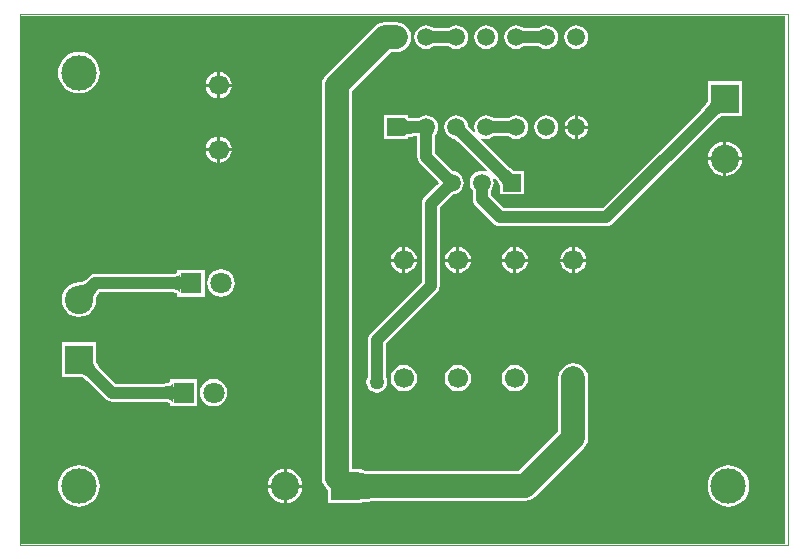
<source format=gbl>
G04 Layer_Physical_Order=2*
G04 Layer_Color=13278208*
%FSLAX44Y44*%
%MOMM*%
G71*
G01*
G75*
%ADD17C,2.0000*%
%ADD18C,0.1000*%
%ADD19C,3.0000*%
%ADD20R,1.8000X1.8000*%
%ADD21C,1.8000*%
%ADD22C,2.4000*%
%ADD23R,2.4000X2.4000*%
%ADD24C,1.5000*%
%ADD25R,1.5000X1.5000*%
%ADD26R,2.4000X2.4000*%
%ADD27C,1.7000*%
%ADD28R,1.5000X1.5000*%
%ADD29C,1.5000*%
%ADD30C,1.2700*%
%ADD31C,1.0000*%
G36*
X648208Y1270D02*
X1143D01*
Y447675D01*
X648208D01*
Y1270D01*
D02*
G37*
%LPC*%
G36*
X420370Y252230D02*
Y242532D01*
X430068D01*
X429856Y244144D01*
X428743Y246830D01*
X426974Y249136D01*
X424668Y250905D01*
X421982Y252018D01*
X420370Y252230D01*
D02*
G37*
G36*
X370840Y152397D02*
X367958Y152018D01*
X365272Y150905D01*
X362966Y149136D01*
X361197Y146830D01*
X360084Y144144D01*
X359705Y141262D01*
X360084Y138380D01*
X361197Y135694D01*
X362966Y133388D01*
X365272Y131619D01*
X367958Y130506D01*
X370840Y130127D01*
X373722Y130506D01*
X376408Y131619D01*
X378714Y133388D01*
X380483Y135694D01*
X381596Y138380D01*
X381975Y141262D01*
X381596Y144144D01*
X380483Y146830D01*
X378714Y149136D01*
X376408Y150905D01*
X373722Y152018D01*
X370840Y152397D01*
D02*
G37*
G36*
X469900Y252230D02*
Y242532D01*
X479598D01*
X479386Y244144D01*
X478273Y246830D01*
X476504Y249136D01*
X474198Y250905D01*
X471512Y252018D01*
X469900Y252230D01*
D02*
G37*
G36*
X467360D02*
X465748Y252018D01*
X463062Y250905D01*
X460756Y249136D01*
X458987Y246830D01*
X457874Y244144D01*
X457662Y242532D01*
X467360D01*
Y252230D01*
D02*
G37*
G36*
X326390D02*
Y242532D01*
X336088D01*
X335876Y244144D01*
X334763Y246830D01*
X332994Y249136D01*
X330688Y250905D01*
X328002Y252018D01*
X326390Y252230D01*
D02*
G37*
G36*
X372110D02*
Y242532D01*
X381808D01*
X381596Y244144D01*
X380483Y246830D01*
X378714Y249136D01*
X376408Y250905D01*
X373722Y252018D01*
X372110Y252230D01*
D02*
G37*
G36*
X325120Y152397D02*
X322238Y152018D01*
X319552Y150905D01*
X317246Y149136D01*
X315477Y146830D01*
X314364Y144144D01*
X313985Y141262D01*
X314364Y138380D01*
X315477Y135694D01*
X317246Y133388D01*
X319552Y131619D01*
X322238Y130506D01*
X325120Y130127D01*
X328002Y130506D01*
X330688Y131619D01*
X332994Y133388D01*
X334763Y135694D01*
X335876Y138380D01*
X336255Y141262D01*
X335876Y144144D01*
X334763Y146830D01*
X332994Y149136D01*
X330688Y150905D01*
X328002Y152018D01*
X325120Y152397D01*
D02*
G37*
G36*
X167170Y333502D02*
X157472D01*
X157684Y331890D01*
X158797Y329204D01*
X160566Y326898D01*
X162872Y325129D01*
X165558Y324016D01*
X167170Y323804D01*
Y333502D01*
D02*
G37*
G36*
X179408D02*
X169710D01*
Y323804D01*
X171322Y324016D01*
X174008Y325129D01*
X176314Y326898D01*
X178083Y329204D01*
X179196Y331890D01*
X179408Y333502D01*
D02*
G37*
G36*
X595630Y341650D02*
X593104Y341318D01*
X589567Y339853D01*
X586530Y337522D01*
X584199Y334485D01*
X582734Y330948D01*
X582402Y328422D01*
X595630D01*
Y341650D01*
D02*
G37*
G36*
X64540Y171512D02*
X35460D01*
Y142432D01*
X47730D01*
X47827Y142413D01*
X47924Y142432D01*
X52409D01*
X53231Y141962D01*
X54663Y140966D01*
X58181Y137989D01*
X59528Y136689D01*
X72562Y123654D01*
X74138Y122446D01*
X75972Y121686D01*
X77940Y121427D01*
X120356D01*
X121433Y121404D01*
X122990Y121295D01*
X124309Y121121D01*
X125378Y120892D01*
X126181Y120632D01*
X126706Y120377D01*
X126966Y120185D01*
X127032Y120106D01*
X127080Y119746D01*
Y117492D01*
X129554D01*
X129650Y117473D01*
X129747Y117492D01*
X150160D01*
Y140572D01*
X129747D01*
X129650Y140591D01*
X129554Y140572D01*
X127080D01*
Y138318D01*
X127032Y137958D01*
X126966Y137879D01*
X126706Y137687D01*
X126181Y137432D01*
X125378Y137172D01*
X124351Y136952D01*
X121395Y136659D01*
X120356Y136637D01*
X81090D01*
X70625Y147102D01*
X67326Y150655D01*
X66026Y152280D01*
X65010Y153741D01*
X64540Y154563D01*
Y159048D01*
X64559Y159145D01*
X64540Y159242D01*
Y171512D01*
D02*
G37*
G36*
X595630Y325882D02*
X582402D01*
X582734Y323356D01*
X584199Y319819D01*
X586530Y316782D01*
X589567Y314451D01*
X593104Y312986D01*
X595630Y312654D01*
Y325882D01*
D02*
G37*
G36*
X611398D02*
X598170D01*
Y312654D01*
X600696Y312986D01*
X604233Y314451D01*
X607270Y316782D01*
X609601Y319819D01*
X611066Y323356D01*
X611398Y325882D01*
D02*
G37*
G36*
X417830Y252230D02*
X416218Y252018D01*
X413532Y250905D01*
X411226Y249136D01*
X409457Y246830D01*
X408344Y244144D01*
X408132Y242532D01*
X417830D01*
Y252230D01*
D02*
G37*
G36*
X323850Y239992D02*
X314152D01*
X314364Y238380D01*
X315477Y235694D01*
X317246Y233388D01*
X319552Y231619D01*
X322238Y230506D01*
X323850Y230294D01*
Y239992D01*
D02*
G37*
G36*
X369570D02*
X359872D01*
X360084Y238380D01*
X361197Y235694D01*
X362966Y233388D01*
X365272Y231619D01*
X367958Y230506D01*
X369570Y230294D01*
Y239992D01*
D02*
G37*
G36*
X417830D02*
X408132D01*
X408344Y238380D01*
X409457Y235694D01*
X411226Y233388D01*
X413532Y231619D01*
X416218Y230506D01*
X417830Y230294D01*
Y239992D01*
D02*
G37*
G36*
X170370Y233382D02*
X167358Y232985D01*
X164550Y231822D01*
X162140Y229972D01*
X160290Y227562D01*
X159127Y224755D01*
X158730Y221742D01*
X159127Y218729D01*
X160290Y215922D01*
X162140Y213512D01*
X164550Y211662D01*
X167358Y210499D01*
X170370Y210102D01*
X173382Y210499D01*
X176190Y211662D01*
X178600Y213512D01*
X180450Y215922D01*
X181613Y218729D01*
X182010Y221742D01*
X181613Y224755D01*
X180450Y227562D01*
X178600Y229972D01*
X176190Y231822D01*
X173382Y232985D01*
X170370Y233382D01*
D02*
G37*
G36*
X419100Y152397D02*
X416218Y152018D01*
X413532Y150905D01*
X411226Y149136D01*
X409457Y146830D01*
X408344Y144144D01*
X407965Y141262D01*
X408344Y138380D01*
X409457Y135694D01*
X411226Y133388D01*
X413532Y131619D01*
X416218Y130506D01*
X419100Y130127D01*
X421982Y130506D01*
X424668Y131619D01*
X426974Y133388D01*
X428743Y135694D01*
X429856Y138380D01*
X430235Y141262D01*
X429856Y144144D01*
X428743Y146830D01*
X426974Y149136D01*
X424668Y150905D01*
X421982Y152018D01*
X419100Y152397D01*
D02*
G37*
G36*
X136000Y233301D02*
X135904Y233282D01*
X133430D01*
Y231028D01*
X133382Y230668D01*
X133315Y230589D01*
X133056Y230397D01*
X132531Y230142D01*
X131728Y229882D01*
X130701Y229662D01*
X127745Y229369D01*
X126706Y229347D01*
X63970D01*
X62002Y229088D01*
X60167Y228328D01*
X58592Y227120D01*
X57067Y225594D01*
X56665Y225214D01*
X55901Y224574D01*
X55148Y224023D01*
X54406Y223558D01*
X53678Y223175D01*
X52961Y222871D01*
X52254Y222641D01*
X51553Y222482D01*
X50852Y222390D01*
X50469Y222376D01*
X50000Y222437D01*
X46204Y221938D01*
X42667Y220473D01*
X39630Y218142D01*
X37299Y215105D01*
X35834Y211568D01*
X35334Y207772D01*
X35834Y203976D01*
X37299Y200439D01*
X39630Y197402D01*
X42667Y195071D01*
X46204Y193606D01*
X50000Y193106D01*
X53796Y193606D01*
X57333Y195071D01*
X60370Y197402D01*
X62701Y200439D01*
X64166Y203976D01*
X64665Y207772D01*
X64604Y208241D01*
X64618Y208624D01*
X64710Y209325D01*
X64869Y210026D01*
X65099Y210733D01*
X65403Y211450D01*
X65786Y212178D01*
X66251Y212920D01*
X66802Y213673D01*
X67191Y214137D01*
X126706D01*
X127783Y214114D01*
X129340Y214005D01*
X130659Y213831D01*
X131728Y213602D01*
X132531Y213342D01*
X133056Y213087D01*
X133315Y212895D01*
X133382Y212816D01*
X133430Y212456D01*
Y210202D01*
X135904D01*
X136000Y210183D01*
X136097Y210202D01*
X156510D01*
Y233282D01*
X136097D01*
X136000Y233301D01*
D02*
G37*
G36*
X467360Y239992D02*
X457662D01*
X457874Y238380D01*
X458987Y235694D01*
X460756Y233388D01*
X463062Y231619D01*
X465748Y230506D01*
X467360Y230294D01*
Y239992D01*
D02*
G37*
G36*
X479598D02*
X469900D01*
Y230294D01*
X471512Y230506D01*
X474198Y231619D01*
X476504Y233388D01*
X478273Y235694D01*
X479386Y238380D01*
X479598Y239992D01*
D02*
G37*
G36*
X323850Y252230D02*
X322238Y252018D01*
X319552Y250905D01*
X317246Y249136D01*
X315477Y246830D01*
X314364Y244144D01*
X314152Y242532D01*
X323850D01*
Y252230D01*
D02*
G37*
G36*
X369570D02*
X367958Y252018D01*
X365272Y250905D01*
X362966Y249136D01*
X361197Y246830D01*
X360084Y244144D01*
X359872Y242532D01*
X369570D01*
Y252230D01*
D02*
G37*
G36*
X336088Y239992D02*
X326390D01*
Y230294D01*
X328002Y230506D01*
X330688Y231619D01*
X332994Y233388D01*
X334763Y235694D01*
X335876Y238380D01*
X336088Y239992D01*
D02*
G37*
G36*
X381808D02*
X372110D01*
Y230294D01*
X373722Y230506D01*
X376408Y231619D01*
X378714Y233388D01*
X380483Y235694D01*
X381596Y238380D01*
X381808Y239992D01*
D02*
G37*
G36*
X430068D02*
X420370D01*
Y230294D01*
X421982Y230506D01*
X424668Y231619D01*
X426974Y233388D01*
X428743Y235694D01*
X429856Y238380D01*
X430068Y239992D01*
D02*
G37*
G36*
X598170Y341650D02*
Y328422D01*
X611398D01*
X611066Y330948D01*
X609601Y334485D01*
X607270Y337522D01*
X604233Y339853D01*
X600696Y341318D01*
X598170Y341650D01*
D02*
G37*
G36*
X50000Y417625D02*
X46562Y417286D01*
X43255Y416283D01*
X40208Y414655D01*
X37537Y412463D01*
X35345Y409792D01*
X33717Y406745D01*
X32714Y403438D01*
X32375Y400000D01*
X32714Y396562D01*
X33717Y393255D01*
X35345Y390208D01*
X37537Y387537D01*
X40208Y385345D01*
X43255Y383717D01*
X46562Y382714D01*
X50000Y382375D01*
X53439Y382714D01*
X56745Y383717D01*
X59792Y385345D01*
X62463Y387537D01*
X64654Y390208D01*
X66283Y393255D01*
X67286Y396562D01*
X67625Y400000D01*
X67286Y403438D01*
X66283Y406745D01*
X64654Y409792D01*
X62463Y412463D01*
X59792Y414655D01*
X56745Y416283D01*
X53439Y417286D01*
X50000Y417625D01*
D02*
G37*
G36*
X167170Y400350D02*
X165558Y400138D01*
X162872Y399025D01*
X160566Y397256D01*
X158797Y394950D01*
X157684Y392264D01*
X157472Y390652D01*
X167170D01*
Y400350D01*
D02*
G37*
G36*
X169710D02*
Y390652D01*
X179408D01*
X179196Y392264D01*
X178083Y394950D01*
X176314Y397256D01*
X174008Y399025D01*
X171322Y400138D01*
X169710Y400350D01*
D02*
G37*
G36*
X179408Y388112D02*
X169710D01*
Y378414D01*
X171322Y378626D01*
X174008Y379739D01*
X176314Y381508D01*
X178083Y383814D01*
X179196Y386500D01*
X179408Y388112D01*
D02*
G37*
G36*
X344170Y363949D02*
X341549Y363604D01*
X339107Y362592D01*
X337831Y361614D01*
X334455Y361435D01*
X334436Y361435D01*
X331390Y361623D01*
X330267Y361773D01*
X329371Y361954D01*
X328810Y362123D01*
Y363862D01*
X326336D01*
X326240Y363881D01*
X326143Y363862D01*
X308730D01*
Y343782D01*
X326143D01*
X326240Y343763D01*
X326336Y343782D01*
X328810D01*
Y345521D01*
X329371Y345690D01*
X330204Y345858D01*
X334463Y346209D01*
X335078Y346217D01*
X335454D01*
X336447Y346194D01*
X336565Y343954D01*
Y328422D01*
X336824Y326454D01*
X337584Y324619D01*
X338792Y323044D01*
X354220Y307617D01*
X354905Y306899D01*
X353404Y305231D01*
X342602Y294430D01*
X341394Y292854D01*
X340634Y291020D01*
X340375Y289052D01*
Y222352D01*
X296882Y178860D01*
X295674Y177285D01*
X294914Y175450D01*
X294655Y173482D01*
Y142614D01*
X294495Y142405D01*
X293599Y140243D01*
X293293Y137922D01*
X293599Y135601D01*
X294495Y133439D01*
X295920Y131582D01*
X297777Y130157D01*
X299939Y129261D01*
X302260Y128955D01*
X304581Y129261D01*
X306743Y130157D01*
X308600Y131582D01*
X310025Y133439D01*
X310921Y135601D01*
X311227Y137922D01*
X310921Y140243D01*
X310025Y142405D01*
X309865Y142614D01*
Y170332D01*
X353358Y213824D01*
X354566Y215399D01*
X355326Y217234D01*
X355585Y219202D01*
Y285902D01*
X364975Y295292D01*
X366367Y296620D01*
X366595Y296815D01*
X368381Y297050D01*
X370823Y298062D01*
X372921Y299671D01*
X374530Y301769D01*
X375542Y304211D01*
X375887Y306832D01*
X375542Y309453D01*
X374530Y311895D01*
X372921Y313993D01*
X370823Y315602D01*
X368381Y316614D01*
X366787Y316823D01*
X364159Y319188D01*
X351775Y331572D01*
Y345106D01*
X351820Y347030D01*
X351843Y347329D01*
X352940Y348759D01*
X353952Y351201D01*
X354297Y353822D01*
X353952Y356443D01*
X352940Y358885D01*
X351331Y360983D01*
X349233Y362592D01*
X346791Y363604D01*
X344170Y363949D01*
D02*
G37*
G36*
X239098Y48692D02*
X225870D01*
Y35464D01*
X228396Y35796D01*
X231933Y37261D01*
X234970Y39592D01*
X237301Y42629D01*
X238766Y46166D01*
X239098Y48692D01*
D02*
G37*
G36*
X167170Y388112D02*
X157472D01*
X157684Y386500D01*
X158797Y383814D01*
X160566Y381508D01*
X162872Y379739D01*
X165558Y378626D01*
X167170Y378414D01*
Y388112D01*
D02*
G37*
G36*
X50000Y67625D02*
X46562Y67286D01*
X43255Y66283D01*
X40208Y64654D01*
X37537Y62463D01*
X35345Y59792D01*
X33717Y56745D01*
X32714Y53439D01*
X32375Y50000D01*
X32714Y46562D01*
X33717Y43255D01*
X35345Y40208D01*
X37537Y37537D01*
X40208Y35345D01*
X43255Y33717D01*
X46562Y32714D01*
X50000Y32375D01*
X53439Y32714D01*
X56745Y33717D01*
X59792Y35345D01*
X62463Y37537D01*
X64654Y40208D01*
X66283Y43255D01*
X67286Y46562D01*
X67625Y50000D01*
X67286Y53439D01*
X66283Y56745D01*
X64654Y59792D01*
X62463Y62463D01*
X59792Y64654D01*
X56745Y66283D01*
X53439Y67286D01*
X50000Y67625D01*
D02*
G37*
G36*
X369570Y440149D02*
X366949Y439804D01*
X364507Y438792D01*
X363232Y437813D01*
X359702Y437627D01*
X352886D01*
X350962Y437672D01*
X350663Y437695D01*
X349233Y438792D01*
X346791Y439804D01*
X344170Y440149D01*
X341549Y439804D01*
X339107Y438792D01*
X337009Y437183D01*
X335400Y435085D01*
X334388Y432643D01*
X334043Y430022D01*
X334388Y427401D01*
X335400Y424959D01*
X337009Y422861D01*
X339107Y421252D01*
X341549Y420240D01*
X344170Y419895D01*
X346791Y420240D01*
X349233Y421252D01*
X350508Y422230D01*
X354038Y422417D01*
X360854D01*
X362778Y422372D01*
X363077Y422349D01*
X364507Y421252D01*
X366949Y420240D01*
X369570Y419895D01*
X372191Y420240D01*
X374633Y421252D01*
X376731Y422861D01*
X378340Y424959D01*
X379352Y427401D01*
X379697Y430022D01*
X379352Y432643D01*
X378340Y435085D01*
X376731Y437183D01*
X374633Y438792D01*
X372191Y439804D01*
X369570Y440149D01*
D02*
G37*
G36*
X445770D02*
X443149Y439804D01*
X440707Y438792D01*
X439431Y437813D01*
X435902Y437627D01*
X429086D01*
X427162Y437672D01*
X426863Y437695D01*
X425433Y438792D01*
X422991Y439804D01*
X420370Y440149D01*
X417749Y439804D01*
X415307Y438792D01*
X413209Y437183D01*
X411600Y435085D01*
X410588Y432643D01*
X410243Y430022D01*
X410588Y427401D01*
X411600Y424959D01*
X413209Y422861D01*
X415307Y421252D01*
X417749Y420240D01*
X420370Y419895D01*
X422991Y420240D01*
X425433Y421252D01*
X426708Y422230D01*
X430238Y422417D01*
X437054D01*
X438978Y422372D01*
X439277Y422349D01*
X440707Y421252D01*
X443149Y420240D01*
X445770Y419895D01*
X448391Y420240D01*
X450833Y421252D01*
X452931Y422861D01*
X454540Y424959D01*
X455552Y427401D01*
X455897Y430022D01*
X455552Y432643D01*
X454540Y435085D01*
X452931Y437183D01*
X450833Y438792D01*
X448391Y439804D01*
X445770Y440149D01*
D02*
G37*
G36*
X600000Y67625D02*
X596562Y67286D01*
X593255Y66283D01*
X590208Y64654D01*
X587537Y62463D01*
X585345Y59792D01*
X583717Y56745D01*
X582714Y53439D01*
X582375Y50000D01*
X582714Y46562D01*
X583717Y43255D01*
X585345Y40208D01*
X587537Y37537D01*
X590208Y35345D01*
X593255Y33717D01*
X596562Y32714D01*
X600000Y32375D01*
X603438Y32714D01*
X606745Y33717D01*
X609792Y35345D01*
X612463Y37537D01*
X614655Y40208D01*
X616283Y43255D01*
X617286Y46562D01*
X617625Y50000D01*
X617286Y53439D01*
X616283Y56745D01*
X614655Y59792D01*
X612463Y62463D01*
X609792Y64654D01*
X606745Y66283D01*
X603438Y67286D01*
X600000Y67625D01*
D02*
G37*
G36*
X394970Y440149D02*
X392349Y439804D01*
X389907Y438792D01*
X387809Y437183D01*
X386200Y435085D01*
X385188Y432643D01*
X384843Y430022D01*
X385188Y427401D01*
X386200Y424959D01*
X387809Y422861D01*
X389907Y421252D01*
X392349Y420240D01*
X394970Y419895D01*
X397591Y420240D01*
X400033Y421252D01*
X402131Y422861D01*
X403740Y424959D01*
X404752Y427401D01*
X405097Y430022D01*
X404752Y432643D01*
X403740Y435085D01*
X402131Y437183D01*
X400033Y438792D01*
X397591Y439804D01*
X394970Y440149D01*
D02*
G37*
G36*
X471170D02*
X468549Y439804D01*
X466107Y438792D01*
X464009Y437183D01*
X462400Y435085D01*
X461388Y432643D01*
X461043Y430022D01*
X461388Y427401D01*
X462400Y424959D01*
X464009Y422861D01*
X466107Y421252D01*
X468549Y420240D01*
X471170Y419895D01*
X473791Y420240D01*
X476233Y421252D01*
X478331Y422861D01*
X479940Y424959D01*
X480952Y427401D01*
X481297Y430022D01*
X480952Y432643D01*
X479940Y435085D01*
X478331Y437183D01*
X476233Y438792D01*
X473791Y439804D01*
X471170Y440149D01*
D02*
G37*
G36*
X223330Y48692D02*
X210102D01*
X210434Y46166D01*
X211899Y42629D01*
X214230Y39592D01*
X217267Y37261D01*
X220804Y35796D01*
X223330Y35464D01*
Y48692D01*
D02*
G37*
G36*
X445770Y363949D02*
X443149Y363604D01*
X440707Y362592D01*
X438609Y360983D01*
X437000Y358885D01*
X435988Y356443D01*
X435643Y353822D01*
X435988Y351201D01*
X437000Y348759D01*
X438609Y346661D01*
X440707Y345052D01*
X443149Y344040D01*
X445770Y343695D01*
X448391Y344040D01*
X450833Y345052D01*
X452931Y346661D01*
X454540Y348759D01*
X455552Y351201D01*
X455897Y353822D01*
X455552Y356443D01*
X454540Y358885D01*
X452931Y360983D01*
X450833Y362592D01*
X448391Y363604D01*
X445770Y363949D01*
D02*
G37*
G36*
X225870Y64460D02*
Y51232D01*
X239098D01*
X238766Y53758D01*
X237301Y57295D01*
X234970Y60332D01*
X231933Y62663D01*
X228396Y64128D01*
X225870Y64460D01*
D02*
G37*
G36*
X167170Y345740D02*
X165558Y345528D01*
X162872Y344415D01*
X160566Y342646D01*
X158797Y340340D01*
X157684Y337654D01*
X157472Y336042D01*
X167170D01*
Y345740D01*
D02*
G37*
G36*
X169710D02*
Y336042D01*
X179408D01*
X179196Y337654D01*
X178083Y340340D01*
X176314Y342646D01*
X174008Y344415D01*
X171322Y345528D01*
X169710Y345740D01*
D02*
G37*
G36*
X164020Y140672D02*
X161007Y140275D01*
X158200Y139112D01*
X155790Y137262D01*
X153940Y134852D01*
X152777Y132044D01*
X152380Y129032D01*
X152777Y126019D01*
X153940Y123212D01*
X155790Y120802D01*
X158200Y118952D01*
X161007Y117789D01*
X164020Y117393D01*
X167033Y117789D01*
X169840Y118952D01*
X172250Y120802D01*
X174100Y123212D01*
X175263Y126019D01*
X175660Y129032D01*
X175263Y132044D01*
X174100Y134852D01*
X172250Y137262D01*
X169840Y139112D01*
X167033Y140275D01*
X164020Y140672D01*
D02*
G37*
G36*
X611440Y392492D02*
X582360D01*
Y380221D01*
X582341Y380125D01*
X582360Y380028D01*
Y375543D01*
X581890Y374721D01*
X580894Y373289D01*
X577917Y369771D01*
X576618Y368425D01*
X493420Y285227D01*
X409550D01*
X398765Y296012D01*
Y298116D01*
X398810Y300040D01*
X398833Y300339D01*
X399930Y301769D01*
X400942Y304211D01*
X401287Y306832D01*
X400942Y309453D01*
X400689Y310062D01*
X401775Y310760D01*
X403741Y308644D01*
X405045Y307016D01*
X406064Y305553D01*
X406520Y304758D01*
Y296792D01*
X426600D01*
Y316872D01*
X418634D01*
X417839Y317328D01*
X416405Y318327D01*
X412882Y321311D01*
X411537Y322611D01*
X390868Y343279D01*
X391587Y344356D01*
X392349Y344040D01*
X394970Y343695D01*
X397591Y344040D01*
X400033Y345052D01*
X401309Y346031D01*
X404838Y346217D01*
X411654D01*
X413578Y346172D01*
X413877Y346149D01*
X415307Y345052D01*
X417749Y344040D01*
X420370Y343695D01*
X422991Y344040D01*
X425433Y345052D01*
X427531Y346661D01*
X429140Y348759D01*
X430152Y351201D01*
X430497Y353822D01*
X430152Y356443D01*
X429140Y358885D01*
X427531Y360983D01*
X425433Y362592D01*
X422991Y363604D01*
X420370Y363949D01*
X417749Y363604D01*
X415307Y362592D01*
X414031Y361614D01*
X410502Y361427D01*
X403686D01*
X401762Y361472D01*
X401463Y361495D01*
X400033Y362592D01*
X397591Y363604D01*
X394970Y363949D01*
X392349Y363604D01*
X389907Y362592D01*
X387809Y360983D01*
X386200Y358885D01*
X385188Y356443D01*
X384843Y353822D01*
X385188Y351201D01*
X385504Y350439D01*
X384427Y349720D01*
X381111Y353036D01*
X379782Y354429D01*
X379587Y354657D01*
X379352Y356443D01*
X378340Y358885D01*
X376731Y360983D01*
X374633Y362592D01*
X372191Y363604D01*
X369570Y363949D01*
X366949Y363604D01*
X364507Y362592D01*
X362409Y360983D01*
X360800Y358885D01*
X359788Y356443D01*
X359443Y353822D01*
X359788Y351201D01*
X360800Y348759D01*
X362409Y346661D01*
X364507Y345052D01*
X366949Y344040D01*
X368543Y343831D01*
X371171Y341466D01*
X395262Y317375D01*
X394543Y316298D01*
X393781Y316614D01*
X391160Y316959D01*
X388539Y316614D01*
X386097Y315602D01*
X383999Y313993D01*
X382390Y311895D01*
X381378Y309453D01*
X381033Y306832D01*
X381378Y304211D01*
X382390Y301769D01*
X383368Y300494D01*
X383555Y296964D01*
Y292862D01*
X383814Y290894D01*
X384574Y289060D01*
X385782Y287484D01*
X401022Y272244D01*
X402598Y271036D01*
X403357Y270721D01*
X404432Y270276D01*
X406400Y270017D01*
X496570D01*
X498538Y270276D01*
X500373Y271036D01*
X501948Y272244D01*
X587031Y357328D01*
X590583Y360626D01*
X592208Y361926D01*
X593669Y362942D01*
X594491Y363412D01*
X598976D01*
X599073Y363393D01*
X599170Y363412D01*
X611440D01*
Y392492D01*
D02*
G37*
G36*
X469900Y352552D02*
X461211D01*
X461388Y351201D01*
X462400Y348759D01*
X464009Y346661D01*
X466107Y345052D01*
X468549Y344040D01*
X469900Y343863D01*
Y352552D01*
D02*
G37*
G36*
X309080Y442670D02*
X305806Y442239D01*
X302756Y440976D01*
X300136Y438966D01*
X300136Y438965D01*
X259496Y398326D01*
X257486Y395706D01*
X256223Y392656D01*
X255792Y389382D01*
X255792Y389382D01*
Y334772D01*
Y56922D01*
X255792Y56922D01*
X256223Y53648D01*
X257486Y50598D01*
X259496Y47978D01*
X260860Y46615D01*
Y35422D01*
X287093D01*
X287116Y35415D01*
X287185Y35422D01*
X287273D01*
X287369Y35403D01*
X287466Y35422D01*
X289940D01*
Y36452D01*
X303064Y37314D01*
X427660D01*
X427660Y37314D01*
X430934Y37745D01*
X433984Y39008D01*
X436604Y41018D01*
X477574Y81988D01*
X477574Y81988D01*
X479584Y84608D01*
X480847Y87658D01*
X481278Y90932D01*
Y141262D01*
X480847Y144536D01*
X479584Y147586D01*
X477574Y150206D01*
X474954Y152216D01*
X471904Y153479D01*
X468630Y153910D01*
X465356Y153479D01*
X462306Y152216D01*
X459686Y150206D01*
X457676Y147586D01*
X456413Y144536D01*
X455982Y141262D01*
Y96171D01*
X422421Y62610D01*
X304030D01*
X297277Y62728D01*
X292609Y63034D01*
X290958Y63233D01*
X289940Y63419D01*
Y64502D01*
X287466D01*
X287369Y64521D01*
X287273Y64502D01*
X287185D01*
X287116Y64509D01*
X287093Y64502D01*
X281088D01*
Y334772D01*
Y384143D01*
X314319Y417374D01*
X318770D01*
X322044Y417805D01*
X325094Y419068D01*
X327714Y421078D01*
X329724Y423698D01*
X330987Y426748D01*
X331418Y430022D01*
X330987Y433296D01*
X329724Y436346D01*
X327714Y438966D01*
X325094Y440976D01*
X322044Y442239D01*
X318770Y442670D01*
X309080D01*
X309080Y442670D01*
D02*
G37*
G36*
X469900Y363781D02*
X468549Y363604D01*
X466107Y362592D01*
X464009Y360983D01*
X462400Y358885D01*
X461388Y356443D01*
X461211Y355092D01*
X469900D01*
Y363781D01*
D02*
G37*
G36*
X472440D02*
Y355092D01*
X481129D01*
X480952Y356443D01*
X479940Y358885D01*
X478331Y360983D01*
X476233Y362592D01*
X473791Y363604D01*
X472440Y363781D01*
D02*
G37*
G36*
X481129Y352552D02*
X472440D01*
Y343863D01*
X473791Y344040D01*
X476233Y345052D01*
X478331Y346661D01*
X479940Y348759D01*
X480952Y351201D01*
X481129Y352552D01*
D02*
G37*
G36*
X223330Y64460D02*
X220804Y64128D01*
X217267Y62663D01*
X214230Y60332D01*
X211899Y57295D01*
X210434Y53758D01*
X210102Y51232D01*
X223330D01*
Y64460D01*
D02*
G37*
%LPD*%
G36*
X61404Y158367D02*
X61121Y157448D01*
Y156387D01*
X61404Y155185D01*
X61969Y153841D01*
X62818Y152356D01*
X63949Y150730D01*
X65364Y148962D01*
X69041Y145002D01*
X61969Y137931D01*
X59919Y139911D01*
X56242Y143023D01*
X54616Y144154D01*
X53131Y145002D01*
X51787Y145568D01*
X50585Y145851D01*
X49524D01*
X48605Y145568D01*
X47827Y145002D01*
X61969Y159145D01*
X61404Y158367D01*
D02*
G37*
G36*
X129650Y120063D02*
X129551Y120817D01*
X129250Y121491D01*
X128750Y122087D01*
X128050Y122603D01*
X127150Y123040D01*
X126051Y123397D01*
X124750Y123675D01*
X123251Y123873D01*
X121551Y123992D01*
X119650Y124032D01*
Y134032D01*
X121551Y134072D01*
X124750Y134389D01*
X126051Y134667D01*
X127150Y135024D01*
X128050Y135461D01*
X128750Y135977D01*
X129250Y136573D01*
X129551Y137247D01*
X129650Y138001D01*
Y120063D01*
D02*
G37*
G36*
X66340Y217041D02*
X65507Y216160D01*
X64762Y215271D01*
X64106Y214375D01*
X63539Y213471D01*
X63061Y212560D01*
X62671Y211641D01*
X62370Y210715D01*
X62158Y209781D01*
X62034Y208840D01*
X61999Y207892D01*
X50120Y219771D01*
X51068Y219806D01*
X52009Y219930D01*
X52943Y220142D01*
X53869Y220443D01*
X54788Y220833D01*
X55699Y221311D01*
X56603Y221878D01*
X57499Y222534D01*
X58388Y223279D01*
X59269Y224112D01*
X66340Y217041D01*
D02*
G37*
G36*
X136000Y212773D02*
X135900Y213527D01*
X135601Y214202D01*
X135100Y214797D01*
X134401Y215313D01*
X133500Y215750D01*
X132401Y216107D01*
X131101Y216385D01*
X129600Y216583D01*
X127900Y216702D01*
X126000Y216742D01*
Y226742D01*
X127900Y226782D01*
X131101Y227099D01*
X132401Y227377D01*
X133500Y227734D01*
X134401Y228171D01*
X135100Y228687D01*
X135601Y229282D01*
X135900Y229957D01*
X136000Y230711D01*
Y212773D01*
D02*
G37*
G36*
X326339Y360822D02*
X326640Y360402D01*
X327140Y360032D01*
X327840Y359711D01*
X328740Y359439D01*
X329840Y359217D01*
X331139Y359044D01*
X334339Y358847D01*
X334507Y358844D01*
X338814Y359072D01*
Y348572D01*
X338722Y348619D01*
X338546Y348662D01*
X338285Y348699D01*
X337508Y348759D01*
X335333Y348810D01*
X334339Y348797D01*
X329840Y348427D01*
X328740Y348205D01*
X327840Y347933D01*
X327140Y347612D01*
X326640Y347242D01*
X326339Y346822D01*
X326240Y346353D01*
Y361292D01*
X326339Y360822D01*
D02*
G37*
G36*
X365685Y299332D02*
X365587Y299301D01*
X365432Y299207D01*
X365221Y299049D01*
X364629Y298541D01*
X362767Y296765D01*
X362161Y296162D01*
X355090Y303233D01*
X358260Y306757D01*
X365685Y299332D01*
D02*
G37*
G36*
X349372Y348374D02*
X349330Y348198D01*
X349292Y347937D01*
X349232Y347160D01*
X349173Y344587D01*
X349170Y343732D01*
X339170D01*
X338920Y348466D01*
X349420D01*
X349372Y348374D01*
D02*
G37*
G36*
X365685Y314332D02*
X358260Y306907D01*
X358229Y307005D01*
X358135Y307160D01*
X357976Y307371D01*
X357469Y307963D01*
X355693Y309825D01*
X355090Y310431D01*
X362161Y317502D01*
X365685Y314332D01*
D02*
G37*
G36*
X349618Y435224D02*
X349794Y435182D01*
X350055Y435145D01*
X350832Y435084D01*
X353405Y435024D01*
X354260Y435022D01*
Y425022D01*
X349526Y424772D01*
Y435272D01*
X349618Y435224D01*
D02*
G37*
G36*
X364214Y424772D02*
X364123Y424819D01*
X363946Y424862D01*
X363685Y424899D01*
X362908Y424959D01*
X360335Y425019D01*
X359480Y425022D01*
Y435022D01*
X364214Y435272D01*
Y424772D01*
D02*
G37*
G36*
X425817Y435224D02*
X425994Y435182D01*
X426255Y435145D01*
X427032Y435084D01*
X429605Y435024D01*
X430460Y435022D01*
Y425022D01*
X425726Y424772D01*
Y435272D01*
X425817Y435224D01*
D02*
G37*
G36*
X440414Y424772D02*
X440322Y424819D01*
X440146Y424862D01*
X439885Y424899D01*
X439108Y424959D01*
X436535Y425019D01*
X435680Y425022D01*
Y435022D01*
X440414Y435272D01*
Y424772D01*
D02*
G37*
G36*
X415014Y348572D02*
X414922Y348619D01*
X414746Y348662D01*
X414485Y348699D01*
X413708Y348759D01*
X411135Y348820D01*
X410280Y348822D01*
Y358822D01*
X415014Y359072D01*
Y348572D01*
D02*
G37*
G36*
X599073Y365983D02*
X598295Y366548D01*
X597376Y366831D01*
X596315D01*
X595113Y366548D01*
X593769Y365983D01*
X592284Y365134D01*
X590658Y364003D01*
X588890Y362588D01*
X584930Y358911D01*
X577859Y365983D01*
X579839Y368033D01*
X582951Y371710D01*
X584082Y373336D01*
X584930Y374821D01*
X585496Y376165D01*
X585779Y377367D01*
Y378428D01*
X585496Y379347D01*
X584930Y380125D01*
X599073Y365983D01*
D02*
G37*
G36*
X400418Y359025D02*
X400594Y358982D01*
X400855Y358945D01*
X401632Y358885D01*
X404205Y358825D01*
X405060Y358822D01*
Y348822D01*
X400326Y348572D01*
Y359072D01*
X400418Y359025D01*
D02*
G37*
G36*
X396362Y301385D02*
X396320Y301208D01*
X396283Y300947D01*
X396222Y300170D01*
X396162Y297597D01*
X396160Y296742D01*
X386160D01*
X385910Y301476D01*
X396410D01*
X396362Y301385D01*
D02*
G37*
G36*
X377101Y353649D02*
X377195Y353494D01*
X377354Y353283D01*
X377860Y352691D01*
X379637Y350829D01*
X380240Y350223D01*
X373169Y343152D01*
X369645Y346322D01*
X377070Y353747D01*
X377101Y353649D01*
D02*
G37*
G36*
X411144Y319390D02*
X414824Y316272D01*
X416452Y315138D01*
X417937Y314286D01*
X419280Y313717D01*
X420481Y313432D01*
X421540Y313429D01*
X422458Y313708D01*
X423233Y314271D01*
X409121Y300159D01*
X409684Y300934D01*
X409963Y301852D01*
X409960Y302911D01*
X409674Y304112D01*
X409106Y305455D01*
X408254Y306940D01*
X407120Y308568D01*
X405703Y310337D01*
X402019Y314301D01*
X409090Y321373D01*
X411144Y319390D01*
D02*
G37*
G36*
X287570Y61557D02*
X288169Y61223D01*
X289170Y60927D01*
X290569Y60671D01*
X292369Y60454D01*
X297169Y60139D01*
X307369Y59962D01*
Y39962D01*
X303570Y39942D01*
X289170Y38997D01*
X288169Y38702D01*
X287570Y38367D01*
X287369Y37992D01*
Y61932D01*
X287570Y61557D01*
D02*
G37*
D17*
X268440Y56922D02*
X275400Y49962D01*
X268440Y56922D02*
Y334772D01*
Y389382D01*
X309080Y430022D02*
X318770D01*
X268440Y389382D02*
X309080Y430022D01*
X468630Y90932D02*
Y141262D01*
X427660Y49962D02*
X468630Y90932D01*
X275400Y49962D02*
X427660D01*
D18*
X0Y-38D02*
Y449962D01*
Y-38D02*
X650000D01*
Y449962D01*
X0D02*
X650000D01*
D19*
X50000Y400000D02*
D03*
X600000Y50000D02*
D03*
X50000D02*
D03*
D20*
X138620Y129032D02*
D03*
X144970Y221742D02*
D03*
D21*
X164020Y129032D02*
D03*
X170370Y221742D02*
D03*
D22*
X50000Y207772D02*
D03*
X596900Y327152D02*
D03*
X224600Y49962D02*
D03*
D23*
X50000Y156972D02*
D03*
X596900Y377952D02*
D03*
D24*
X391160Y306832D02*
D03*
X365760D02*
D03*
D25*
X416560D02*
D03*
D26*
X275400Y49962D02*
D03*
D27*
X468630Y141262D02*
D03*
Y241262D02*
D03*
X268440Y334772D02*
D03*
X168440D02*
D03*
X419100Y141262D02*
D03*
Y241262D02*
D03*
X268440Y389382D02*
D03*
X168440D02*
D03*
X370840Y141262D02*
D03*
Y241262D02*
D03*
X325120Y141262D02*
D03*
Y241262D02*
D03*
D28*
X318770Y353822D02*
D03*
D29*
X344170D02*
D03*
X369570D02*
D03*
X394970D02*
D03*
X420370D02*
D03*
X445770D02*
D03*
X471170D02*
D03*
X318770Y430022D02*
D03*
X344170D02*
D03*
X369570D02*
D03*
X394970D02*
D03*
X420370D02*
D03*
X445770D02*
D03*
X471170D02*
D03*
D30*
X302260Y137922D02*
D03*
D31*
X347980Y289052D02*
X365760Y306832D01*
X347980Y219202D02*
Y289052D01*
X302260Y173482D02*
X347980Y219202D01*
X50000Y156972D02*
X77940Y129032D01*
X138620D01*
X50000Y207772D02*
X63970Y221742D01*
X144970D01*
X344170Y430022D02*
X369570D01*
X420370D02*
X445770D01*
X394970Y353822D02*
X420370D01*
X302260Y137922D02*
Y173482D01*
X318770Y353822D02*
X344170D01*
Y328422D02*
X365760Y306832D01*
X344170Y328422D02*
Y353822D01*
X391160Y292862D02*
Y306832D01*
X369570Y353822D02*
X416560Y306832D01*
X496570Y277622D02*
X596900Y377952D01*
X406400Y277622D02*
X496570D01*
X391160Y292862D02*
X406400Y277622D01*
M02*

</source>
